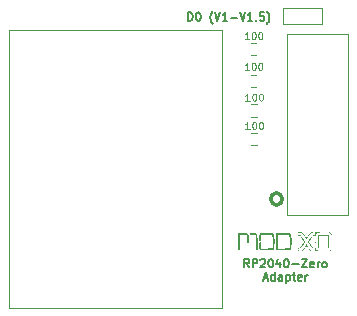
<source format=gbr>
%TF.GenerationSoftware,KiCad,Pcbnew,8.0.1*%
%TF.CreationDate,2024-04-07T04:16:07+01:00*%
%TF.ProjectId,pcb,7063622e-6b69-4636-9164-5f7063625858,rev?*%
%TF.SameCoordinates,Original*%
%TF.FileFunction,Legend,Top*%
%TF.FilePolarity,Positive*%
%FSLAX46Y46*%
G04 Gerber Fmt 4.6, Leading zero omitted, Abs format (unit mm)*
G04 Created by KiCad (PCBNEW 8.0.1) date 2024-04-07 04:16:07*
%MOMM*%
%LPD*%
G01*
G04 APERTURE LIST*
%ADD10C,0.140000*%
%ADD11C,0.300000*%
%ADD12C,0.120000*%
%ADD13C,0.000000*%
%ADD14C,0.100000*%
G04 APERTURE END LIST*
D10*
X57433332Y-45780092D02*
X57199999Y-45446759D01*
X57033332Y-45780092D02*
X57033332Y-45080092D01*
X57033332Y-45080092D02*
X57299999Y-45080092D01*
X57299999Y-45080092D02*
X57366666Y-45113425D01*
X57366666Y-45113425D02*
X57399999Y-45146759D01*
X57399999Y-45146759D02*
X57433332Y-45213425D01*
X57433332Y-45213425D02*
X57433332Y-45313425D01*
X57433332Y-45313425D02*
X57399999Y-45380092D01*
X57399999Y-45380092D02*
X57366666Y-45413425D01*
X57366666Y-45413425D02*
X57299999Y-45446759D01*
X57299999Y-45446759D02*
X57033332Y-45446759D01*
X57733332Y-45780092D02*
X57733332Y-45080092D01*
X57733332Y-45080092D02*
X57999999Y-45080092D01*
X57999999Y-45080092D02*
X58066666Y-45113425D01*
X58066666Y-45113425D02*
X58099999Y-45146759D01*
X58099999Y-45146759D02*
X58133332Y-45213425D01*
X58133332Y-45213425D02*
X58133332Y-45313425D01*
X58133332Y-45313425D02*
X58099999Y-45380092D01*
X58099999Y-45380092D02*
X58066666Y-45413425D01*
X58066666Y-45413425D02*
X57999999Y-45446759D01*
X57999999Y-45446759D02*
X57733332Y-45446759D01*
X58399999Y-45146759D02*
X58433332Y-45113425D01*
X58433332Y-45113425D02*
X58499999Y-45080092D01*
X58499999Y-45080092D02*
X58666666Y-45080092D01*
X58666666Y-45080092D02*
X58733332Y-45113425D01*
X58733332Y-45113425D02*
X58766666Y-45146759D01*
X58766666Y-45146759D02*
X58799999Y-45213425D01*
X58799999Y-45213425D02*
X58799999Y-45280092D01*
X58799999Y-45280092D02*
X58766666Y-45380092D01*
X58766666Y-45380092D02*
X58366666Y-45780092D01*
X58366666Y-45780092D02*
X58799999Y-45780092D01*
X59233333Y-45080092D02*
X59299999Y-45080092D01*
X59299999Y-45080092D02*
X59366666Y-45113425D01*
X59366666Y-45113425D02*
X59399999Y-45146759D01*
X59399999Y-45146759D02*
X59433333Y-45213425D01*
X59433333Y-45213425D02*
X59466666Y-45346759D01*
X59466666Y-45346759D02*
X59466666Y-45513425D01*
X59466666Y-45513425D02*
X59433333Y-45646759D01*
X59433333Y-45646759D02*
X59399999Y-45713425D01*
X59399999Y-45713425D02*
X59366666Y-45746759D01*
X59366666Y-45746759D02*
X59299999Y-45780092D01*
X59299999Y-45780092D02*
X59233333Y-45780092D01*
X59233333Y-45780092D02*
X59166666Y-45746759D01*
X59166666Y-45746759D02*
X59133333Y-45713425D01*
X59133333Y-45713425D02*
X59099999Y-45646759D01*
X59099999Y-45646759D02*
X59066666Y-45513425D01*
X59066666Y-45513425D02*
X59066666Y-45346759D01*
X59066666Y-45346759D02*
X59099999Y-45213425D01*
X59099999Y-45213425D02*
X59133333Y-45146759D01*
X59133333Y-45146759D02*
X59166666Y-45113425D01*
X59166666Y-45113425D02*
X59233333Y-45080092D01*
X60066666Y-45313425D02*
X60066666Y-45780092D01*
X59900000Y-45046759D02*
X59733333Y-45546759D01*
X59733333Y-45546759D02*
X60166666Y-45546759D01*
X60566667Y-45080092D02*
X60633333Y-45080092D01*
X60633333Y-45080092D02*
X60700000Y-45113425D01*
X60700000Y-45113425D02*
X60733333Y-45146759D01*
X60733333Y-45146759D02*
X60766667Y-45213425D01*
X60766667Y-45213425D02*
X60800000Y-45346759D01*
X60800000Y-45346759D02*
X60800000Y-45513425D01*
X60800000Y-45513425D02*
X60766667Y-45646759D01*
X60766667Y-45646759D02*
X60733333Y-45713425D01*
X60733333Y-45713425D02*
X60700000Y-45746759D01*
X60700000Y-45746759D02*
X60633333Y-45780092D01*
X60633333Y-45780092D02*
X60566667Y-45780092D01*
X60566667Y-45780092D02*
X60500000Y-45746759D01*
X60500000Y-45746759D02*
X60466667Y-45713425D01*
X60466667Y-45713425D02*
X60433333Y-45646759D01*
X60433333Y-45646759D02*
X60400000Y-45513425D01*
X60400000Y-45513425D02*
X60400000Y-45346759D01*
X60400000Y-45346759D02*
X60433333Y-45213425D01*
X60433333Y-45213425D02*
X60466667Y-45146759D01*
X60466667Y-45146759D02*
X60500000Y-45113425D01*
X60500000Y-45113425D02*
X60566667Y-45080092D01*
X61100000Y-45513425D02*
X61633334Y-45513425D01*
X61900001Y-45080092D02*
X62366667Y-45080092D01*
X62366667Y-45080092D02*
X61900001Y-45780092D01*
X61900001Y-45780092D02*
X62366667Y-45780092D01*
X62900001Y-45746759D02*
X62833334Y-45780092D01*
X62833334Y-45780092D02*
X62700001Y-45780092D01*
X62700001Y-45780092D02*
X62633334Y-45746759D01*
X62633334Y-45746759D02*
X62600001Y-45680092D01*
X62600001Y-45680092D02*
X62600001Y-45413425D01*
X62600001Y-45413425D02*
X62633334Y-45346759D01*
X62633334Y-45346759D02*
X62700001Y-45313425D01*
X62700001Y-45313425D02*
X62833334Y-45313425D01*
X62833334Y-45313425D02*
X62900001Y-45346759D01*
X62900001Y-45346759D02*
X62933334Y-45413425D01*
X62933334Y-45413425D02*
X62933334Y-45480092D01*
X62933334Y-45480092D02*
X62600001Y-45546759D01*
X63233334Y-45780092D02*
X63233334Y-45313425D01*
X63233334Y-45446759D02*
X63266668Y-45380092D01*
X63266668Y-45380092D02*
X63300001Y-45346759D01*
X63300001Y-45346759D02*
X63366668Y-45313425D01*
X63366668Y-45313425D02*
X63433334Y-45313425D01*
X63766667Y-45780092D02*
X63700001Y-45746759D01*
X63700001Y-45746759D02*
X63666667Y-45713425D01*
X63666667Y-45713425D02*
X63633334Y-45646759D01*
X63633334Y-45646759D02*
X63633334Y-45446759D01*
X63633334Y-45446759D02*
X63666667Y-45380092D01*
X63666667Y-45380092D02*
X63700001Y-45346759D01*
X63700001Y-45346759D02*
X63766667Y-45313425D01*
X63766667Y-45313425D02*
X63866667Y-45313425D01*
X63866667Y-45313425D02*
X63933334Y-45346759D01*
X63933334Y-45346759D02*
X63966667Y-45380092D01*
X63966667Y-45380092D02*
X64000001Y-45446759D01*
X64000001Y-45446759D02*
X64000001Y-45646759D01*
X64000001Y-45646759D02*
X63966667Y-45713425D01*
X63966667Y-45713425D02*
X63933334Y-45746759D01*
X63933334Y-45746759D02*
X63866667Y-45780092D01*
X63866667Y-45780092D02*
X63766667Y-45780092D01*
X58666667Y-46707053D02*
X59000000Y-46707053D01*
X58600000Y-46907053D02*
X58833334Y-46207053D01*
X58833334Y-46207053D02*
X59066667Y-46907053D01*
X59600000Y-46907053D02*
X59600000Y-46207053D01*
X59600000Y-46873720D02*
X59533334Y-46907053D01*
X59533334Y-46907053D02*
X59400000Y-46907053D01*
X59400000Y-46907053D02*
X59333334Y-46873720D01*
X59333334Y-46873720D02*
X59300000Y-46840386D01*
X59300000Y-46840386D02*
X59266667Y-46773720D01*
X59266667Y-46773720D02*
X59266667Y-46573720D01*
X59266667Y-46573720D02*
X59300000Y-46507053D01*
X59300000Y-46507053D02*
X59333334Y-46473720D01*
X59333334Y-46473720D02*
X59400000Y-46440386D01*
X59400000Y-46440386D02*
X59533334Y-46440386D01*
X59533334Y-46440386D02*
X59600000Y-46473720D01*
X60233333Y-46907053D02*
X60233333Y-46540386D01*
X60233333Y-46540386D02*
X60200000Y-46473720D01*
X60200000Y-46473720D02*
X60133333Y-46440386D01*
X60133333Y-46440386D02*
X60000000Y-46440386D01*
X60000000Y-46440386D02*
X59933333Y-46473720D01*
X60233333Y-46873720D02*
X60166667Y-46907053D01*
X60166667Y-46907053D02*
X60000000Y-46907053D01*
X60000000Y-46907053D02*
X59933333Y-46873720D01*
X59933333Y-46873720D02*
X59900000Y-46807053D01*
X59900000Y-46807053D02*
X59900000Y-46740386D01*
X59900000Y-46740386D02*
X59933333Y-46673720D01*
X59933333Y-46673720D02*
X60000000Y-46640386D01*
X60000000Y-46640386D02*
X60166667Y-46640386D01*
X60166667Y-46640386D02*
X60233333Y-46607053D01*
X60566666Y-46440386D02*
X60566666Y-47140386D01*
X60566666Y-46473720D02*
X60633333Y-46440386D01*
X60633333Y-46440386D02*
X60766666Y-46440386D01*
X60766666Y-46440386D02*
X60833333Y-46473720D01*
X60833333Y-46473720D02*
X60866666Y-46507053D01*
X60866666Y-46507053D02*
X60900000Y-46573720D01*
X60900000Y-46573720D02*
X60900000Y-46773720D01*
X60900000Y-46773720D02*
X60866666Y-46840386D01*
X60866666Y-46840386D02*
X60833333Y-46873720D01*
X60833333Y-46873720D02*
X60766666Y-46907053D01*
X60766666Y-46907053D02*
X60633333Y-46907053D01*
X60633333Y-46907053D02*
X60566666Y-46873720D01*
X61099999Y-46440386D02*
X61366666Y-46440386D01*
X61199999Y-46207053D02*
X61199999Y-46807053D01*
X61199999Y-46807053D02*
X61233333Y-46873720D01*
X61233333Y-46873720D02*
X61299999Y-46907053D01*
X61299999Y-46907053D02*
X61366666Y-46907053D01*
X61866666Y-46873720D02*
X61799999Y-46907053D01*
X61799999Y-46907053D02*
X61666666Y-46907053D01*
X61666666Y-46907053D02*
X61599999Y-46873720D01*
X61599999Y-46873720D02*
X61566666Y-46807053D01*
X61566666Y-46807053D02*
X61566666Y-46540386D01*
X61566666Y-46540386D02*
X61599999Y-46473720D01*
X61599999Y-46473720D02*
X61666666Y-46440386D01*
X61666666Y-46440386D02*
X61799999Y-46440386D01*
X61799999Y-46440386D02*
X61866666Y-46473720D01*
X61866666Y-46473720D02*
X61899999Y-46540386D01*
X61899999Y-46540386D02*
X61899999Y-46607053D01*
X61899999Y-46607053D02*
X61566666Y-46673720D01*
X62199999Y-46907053D02*
X62199999Y-46440386D01*
X62199999Y-46573720D02*
X62233333Y-46507053D01*
X62233333Y-46507053D02*
X62266666Y-46473720D01*
X62266666Y-46473720D02*
X62333333Y-46440386D01*
X62333333Y-46440386D02*
X62399999Y-46440386D01*
X52258771Y-24907053D02*
X52258771Y-24207053D01*
X52258771Y-24207053D02*
X52425438Y-24207053D01*
X52425438Y-24207053D02*
X52525438Y-24240386D01*
X52525438Y-24240386D02*
X52592105Y-24307053D01*
X52592105Y-24307053D02*
X52625438Y-24373720D01*
X52625438Y-24373720D02*
X52658771Y-24507053D01*
X52658771Y-24507053D02*
X52658771Y-24607053D01*
X52658771Y-24607053D02*
X52625438Y-24740386D01*
X52625438Y-24740386D02*
X52592105Y-24807053D01*
X52592105Y-24807053D02*
X52525438Y-24873720D01*
X52525438Y-24873720D02*
X52425438Y-24907053D01*
X52425438Y-24907053D02*
X52258771Y-24907053D01*
X53092105Y-24207053D02*
X53158771Y-24207053D01*
X53158771Y-24207053D02*
X53225438Y-24240386D01*
X53225438Y-24240386D02*
X53258771Y-24273720D01*
X53258771Y-24273720D02*
X53292105Y-24340386D01*
X53292105Y-24340386D02*
X53325438Y-24473720D01*
X53325438Y-24473720D02*
X53325438Y-24640386D01*
X53325438Y-24640386D02*
X53292105Y-24773720D01*
X53292105Y-24773720D02*
X53258771Y-24840386D01*
X53258771Y-24840386D02*
X53225438Y-24873720D01*
X53225438Y-24873720D02*
X53158771Y-24907053D01*
X53158771Y-24907053D02*
X53092105Y-24907053D01*
X53092105Y-24907053D02*
X53025438Y-24873720D01*
X53025438Y-24873720D02*
X52992105Y-24840386D01*
X52992105Y-24840386D02*
X52958771Y-24773720D01*
X52958771Y-24773720D02*
X52925438Y-24640386D01*
X52925438Y-24640386D02*
X52925438Y-24473720D01*
X52925438Y-24473720D02*
X52958771Y-24340386D01*
X52958771Y-24340386D02*
X52992105Y-24273720D01*
X52992105Y-24273720D02*
X53025438Y-24240386D01*
X53025438Y-24240386D02*
X53092105Y-24207053D01*
X54358771Y-25173720D02*
X54325438Y-25140386D01*
X54325438Y-25140386D02*
X54258771Y-25040386D01*
X54258771Y-25040386D02*
X54225438Y-24973720D01*
X54225438Y-24973720D02*
X54192105Y-24873720D01*
X54192105Y-24873720D02*
X54158771Y-24707053D01*
X54158771Y-24707053D02*
X54158771Y-24573720D01*
X54158771Y-24573720D02*
X54192105Y-24407053D01*
X54192105Y-24407053D02*
X54225438Y-24307053D01*
X54225438Y-24307053D02*
X54258771Y-24240386D01*
X54258771Y-24240386D02*
X54325438Y-24140386D01*
X54325438Y-24140386D02*
X54358771Y-24107053D01*
X54525438Y-24207053D02*
X54758772Y-24907053D01*
X54758772Y-24907053D02*
X54992105Y-24207053D01*
X55592105Y-24907053D02*
X55192105Y-24907053D01*
X55392105Y-24907053D02*
X55392105Y-24207053D01*
X55392105Y-24207053D02*
X55325438Y-24307053D01*
X55325438Y-24307053D02*
X55258772Y-24373720D01*
X55258772Y-24373720D02*
X55192105Y-24407053D01*
X55892105Y-24640386D02*
X56425439Y-24640386D01*
X56658772Y-24207053D02*
X56892106Y-24907053D01*
X56892106Y-24907053D02*
X57125439Y-24207053D01*
X57725439Y-24907053D02*
X57325439Y-24907053D01*
X57525439Y-24907053D02*
X57525439Y-24207053D01*
X57525439Y-24207053D02*
X57458772Y-24307053D01*
X57458772Y-24307053D02*
X57392106Y-24373720D01*
X57392106Y-24373720D02*
X57325439Y-24407053D01*
X58025439Y-24840386D02*
X58058773Y-24873720D01*
X58058773Y-24873720D02*
X58025439Y-24907053D01*
X58025439Y-24907053D02*
X57992106Y-24873720D01*
X57992106Y-24873720D02*
X58025439Y-24840386D01*
X58025439Y-24840386D02*
X58025439Y-24907053D01*
X58692106Y-24207053D02*
X58358772Y-24207053D01*
X58358772Y-24207053D02*
X58325439Y-24540386D01*
X58325439Y-24540386D02*
X58358772Y-24507053D01*
X58358772Y-24507053D02*
X58425439Y-24473720D01*
X58425439Y-24473720D02*
X58592106Y-24473720D01*
X58592106Y-24473720D02*
X58658772Y-24507053D01*
X58658772Y-24507053D02*
X58692106Y-24540386D01*
X58692106Y-24540386D02*
X58725439Y-24607053D01*
X58725439Y-24607053D02*
X58725439Y-24773720D01*
X58725439Y-24773720D02*
X58692106Y-24840386D01*
X58692106Y-24840386D02*
X58658772Y-24873720D01*
X58658772Y-24873720D02*
X58592106Y-24907053D01*
X58592106Y-24907053D02*
X58425439Y-24907053D01*
X58425439Y-24907053D02*
X58358772Y-24873720D01*
X58358772Y-24873720D02*
X58325439Y-24840386D01*
X58958773Y-25173720D02*
X58992106Y-25140386D01*
X58992106Y-25140386D02*
X59058773Y-25040386D01*
X59058773Y-25040386D02*
X59092106Y-24973720D01*
X59092106Y-24973720D02*
X59125439Y-24873720D01*
X59125439Y-24873720D02*
X59158773Y-24707053D01*
X59158773Y-24707053D02*
X59158773Y-24573720D01*
X59158773Y-24573720D02*
X59125439Y-24407053D01*
X59125439Y-24407053D02*
X59092106Y-24307053D01*
X59092106Y-24307053D02*
X59058773Y-24240386D01*
X59058773Y-24240386D02*
X58992106Y-24140386D01*
X58992106Y-24140386D02*
X58958773Y-24107053D01*
D11*
X60260000Y-40000000D02*
G75*
G02*
X59260000Y-40000000I-500000J0D01*
G01*
X59260000Y-40000000D02*
G75*
G02*
X60260000Y-40000000I500000J0D01*
G01*
D12*
X57474999Y-34071331D02*
X57132142Y-34071331D01*
X57303571Y-34071331D02*
X57303571Y-33471331D01*
X57303571Y-33471331D02*
X57246428Y-33557045D01*
X57246428Y-33557045D02*
X57189285Y-33614188D01*
X57189285Y-33614188D02*
X57132142Y-33642760D01*
X57846428Y-33471331D02*
X57903571Y-33471331D01*
X57903571Y-33471331D02*
X57960714Y-33499902D01*
X57960714Y-33499902D02*
X57989286Y-33528474D01*
X57989286Y-33528474D02*
X58017857Y-33585617D01*
X58017857Y-33585617D02*
X58046428Y-33699902D01*
X58046428Y-33699902D02*
X58046428Y-33842760D01*
X58046428Y-33842760D02*
X58017857Y-33957045D01*
X58017857Y-33957045D02*
X57989286Y-34014188D01*
X57989286Y-34014188D02*
X57960714Y-34042760D01*
X57960714Y-34042760D02*
X57903571Y-34071331D01*
X57903571Y-34071331D02*
X57846428Y-34071331D01*
X57846428Y-34071331D02*
X57789286Y-34042760D01*
X57789286Y-34042760D02*
X57760714Y-34014188D01*
X57760714Y-34014188D02*
X57732143Y-33957045D01*
X57732143Y-33957045D02*
X57703571Y-33842760D01*
X57703571Y-33842760D02*
X57703571Y-33699902D01*
X57703571Y-33699902D02*
X57732143Y-33585617D01*
X57732143Y-33585617D02*
X57760714Y-33528474D01*
X57760714Y-33528474D02*
X57789286Y-33499902D01*
X57789286Y-33499902D02*
X57846428Y-33471331D01*
X58417857Y-33471331D02*
X58475000Y-33471331D01*
X58475000Y-33471331D02*
X58532143Y-33499902D01*
X58532143Y-33499902D02*
X58560715Y-33528474D01*
X58560715Y-33528474D02*
X58589286Y-33585617D01*
X58589286Y-33585617D02*
X58617857Y-33699902D01*
X58617857Y-33699902D02*
X58617857Y-33842760D01*
X58617857Y-33842760D02*
X58589286Y-33957045D01*
X58589286Y-33957045D02*
X58560715Y-34014188D01*
X58560715Y-34014188D02*
X58532143Y-34042760D01*
X58532143Y-34042760D02*
X58475000Y-34071331D01*
X58475000Y-34071331D02*
X58417857Y-34071331D01*
X58417857Y-34071331D02*
X58360715Y-34042760D01*
X58360715Y-34042760D02*
X58332143Y-34014188D01*
X58332143Y-34014188D02*
X58303572Y-33957045D01*
X58303572Y-33957045D02*
X58275000Y-33842760D01*
X58275000Y-33842760D02*
X58275000Y-33699902D01*
X58275000Y-33699902D02*
X58303572Y-33585617D01*
X58303572Y-33585617D02*
X58332143Y-33528474D01*
X58332143Y-33528474D02*
X58360715Y-33499902D01*
X58360715Y-33499902D02*
X58417857Y-33471331D01*
X57424999Y-29071331D02*
X57082142Y-29071331D01*
X57253571Y-29071331D02*
X57253571Y-28471331D01*
X57253571Y-28471331D02*
X57196428Y-28557045D01*
X57196428Y-28557045D02*
X57139285Y-28614188D01*
X57139285Y-28614188D02*
X57082142Y-28642760D01*
X57796428Y-28471331D02*
X57853571Y-28471331D01*
X57853571Y-28471331D02*
X57910714Y-28499902D01*
X57910714Y-28499902D02*
X57939286Y-28528474D01*
X57939286Y-28528474D02*
X57967857Y-28585617D01*
X57967857Y-28585617D02*
X57996428Y-28699902D01*
X57996428Y-28699902D02*
X57996428Y-28842760D01*
X57996428Y-28842760D02*
X57967857Y-28957045D01*
X57967857Y-28957045D02*
X57939286Y-29014188D01*
X57939286Y-29014188D02*
X57910714Y-29042760D01*
X57910714Y-29042760D02*
X57853571Y-29071331D01*
X57853571Y-29071331D02*
X57796428Y-29071331D01*
X57796428Y-29071331D02*
X57739286Y-29042760D01*
X57739286Y-29042760D02*
X57710714Y-29014188D01*
X57710714Y-29014188D02*
X57682143Y-28957045D01*
X57682143Y-28957045D02*
X57653571Y-28842760D01*
X57653571Y-28842760D02*
X57653571Y-28699902D01*
X57653571Y-28699902D02*
X57682143Y-28585617D01*
X57682143Y-28585617D02*
X57710714Y-28528474D01*
X57710714Y-28528474D02*
X57739286Y-28499902D01*
X57739286Y-28499902D02*
X57796428Y-28471331D01*
X58367857Y-28471331D02*
X58425000Y-28471331D01*
X58425000Y-28471331D02*
X58482143Y-28499902D01*
X58482143Y-28499902D02*
X58510715Y-28528474D01*
X58510715Y-28528474D02*
X58539286Y-28585617D01*
X58539286Y-28585617D02*
X58567857Y-28699902D01*
X58567857Y-28699902D02*
X58567857Y-28842760D01*
X58567857Y-28842760D02*
X58539286Y-28957045D01*
X58539286Y-28957045D02*
X58510715Y-29014188D01*
X58510715Y-29014188D02*
X58482143Y-29042760D01*
X58482143Y-29042760D02*
X58425000Y-29071331D01*
X58425000Y-29071331D02*
X58367857Y-29071331D01*
X58367857Y-29071331D02*
X58310715Y-29042760D01*
X58310715Y-29042760D02*
X58282143Y-29014188D01*
X58282143Y-29014188D02*
X58253572Y-28957045D01*
X58253572Y-28957045D02*
X58225000Y-28842760D01*
X58225000Y-28842760D02*
X58225000Y-28699902D01*
X58225000Y-28699902D02*
X58253572Y-28585617D01*
X58253572Y-28585617D02*
X58282143Y-28528474D01*
X58282143Y-28528474D02*
X58310715Y-28499902D01*
X58310715Y-28499902D02*
X58367857Y-28471331D01*
X57474999Y-31671331D02*
X57132142Y-31671331D01*
X57303571Y-31671331D02*
X57303571Y-31071331D01*
X57303571Y-31071331D02*
X57246428Y-31157045D01*
X57246428Y-31157045D02*
X57189285Y-31214188D01*
X57189285Y-31214188D02*
X57132142Y-31242760D01*
X57846428Y-31071331D02*
X57903571Y-31071331D01*
X57903571Y-31071331D02*
X57960714Y-31099902D01*
X57960714Y-31099902D02*
X57989286Y-31128474D01*
X57989286Y-31128474D02*
X58017857Y-31185617D01*
X58017857Y-31185617D02*
X58046428Y-31299902D01*
X58046428Y-31299902D02*
X58046428Y-31442760D01*
X58046428Y-31442760D02*
X58017857Y-31557045D01*
X58017857Y-31557045D02*
X57989286Y-31614188D01*
X57989286Y-31614188D02*
X57960714Y-31642760D01*
X57960714Y-31642760D02*
X57903571Y-31671331D01*
X57903571Y-31671331D02*
X57846428Y-31671331D01*
X57846428Y-31671331D02*
X57789286Y-31642760D01*
X57789286Y-31642760D02*
X57760714Y-31614188D01*
X57760714Y-31614188D02*
X57732143Y-31557045D01*
X57732143Y-31557045D02*
X57703571Y-31442760D01*
X57703571Y-31442760D02*
X57703571Y-31299902D01*
X57703571Y-31299902D02*
X57732143Y-31185617D01*
X57732143Y-31185617D02*
X57760714Y-31128474D01*
X57760714Y-31128474D02*
X57789286Y-31099902D01*
X57789286Y-31099902D02*
X57846428Y-31071331D01*
X58417857Y-31071331D02*
X58475000Y-31071331D01*
X58475000Y-31071331D02*
X58532143Y-31099902D01*
X58532143Y-31099902D02*
X58560715Y-31128474D01*
X58560715Y-31128474D02*
X58589286Y-31185617D01*
X58589286Y-31185617D02*
X58617857Y-31299902D01*
X58617857Y-31299902D02*
X58617857Y-31442760D01*
X58617857Y-31442760D02*
X58589286Y-31557045D01*
X58589286Y-31557045D02*
X58560715Y-31614188D01*
X58560715Y-31614188D02*
X58532143Y-31642760D01*
X58532143Y-31642760D02*
X58475000Y-31671331D01*
X58475000Y-31671331D02*
X58417857Y-31671331D01*
X58417857Y-31671331D02*
X58360715Y-31642760D01*
X58360715Y-31642760D02*
X58332143Y-31614188D01*
X58332143Y-31614188D02*
X58303572Y-31557045D01*
X58303572Y-31557045D02*
X58275000Y-31442760D01*
X58275000Y-31442760D02*
X58275000Y-31299902D01*
X58275000Y-31299902D02*
X58303572Y-31185617D01*
X58303572Y-31185617D02*
X58332143Y-31128474D01*
X58332143Y-31128474D02*
X58360715Y-31099902D01*
X58360715Y-31099902D02*
X58417857Y-31071331D01*
X57424999Y-26471331D02*
X57082142Y-26471331D01*
X57253571Y-26471331D02*
X57253571Y-25871331D01*
X57253571Y-25871331D02*
X57196428Y-25957045D01*
X57196428Y-25957045D02*
X57139285Y-26014188D01*
X57139285Y-26014188D02*
X57082142Y-26042760D01*
X57796428Y-25871331D02*
X57853571Y-25871331D01*
X57853571Y-25871331D02*
X57910714Y-25899902D01*
X57910714Y-25899902D02*
X57939286Y-25928474D01*
X57939286Y-25928474D02*
X57967857Y-25985617D01*
X57967857Y-25985617D02*
X57996428Y-26099902D01*
X57996428Y-26099902D02*
X57996428Y-26242760D01*
X57996428Y-26242760D02*
X57967857Y-26357045D01*
X57967857Y-26357045D02*
X57939286Y-26414188D01*
X57939286Y-26414188D02*
X57910714Y-26442760D01*
X57910714Y-26442760D02*
X57853571Y-26471331D01*
X57853571Y-26471331D02*
X57796428Y-26471331D01*
X57796428Y-26471331D02*
X57739286Y-26442760D01*
X57739286Y-26442760D02*
X57710714Y-26414188D01*
X57710714Y-26414188D02*
X57682143Y-26357045D01*
X57682143Y-26357045D02*
X57653571Y-26242760D01*
X57653571Y-26242760D02*
X57653571Y-26099902D01*
X57653571Y-26099902D02*
X57682143Y-25985617D01*
X57682143Y-25985617D02*
X57710714Y-25928474D01*
X57710714Y-25928474D02*
X57739286Y-25899902D01*
X57739286Y-25899902D02*
X57796428Y-25871331D01*
X58367857Y-25871331D02*
X58425000Y-25871331D01*
X58425000Y-25871331D02*
X58482143Y-25899902D01*
X58482143Y-25899902D02*
X58510715Y-25928474D01*
X58510715Y-25928474D02*
X58539286Y-25985617D01*
X58539286Y-25985617D02*
X58567857Y-26099902D01*
X58567857Y-26099902D02*
X58567857Y-26242760D01*
X58567857Y-26242760D02*
X58539286Y-26357045D01*
X58539286Y-26357045D02*
X58510715Y-26414188D01*
X58510715Y-26414188D02*
X58482143Y-26442760D01*
X58482143Y-26442760D02*
X58425000Y-26471331D01*
X58425000Y-26471331D02*
X58367857Y-26471331D01*
X58367857Y-26471331D02*
X58310715Y-26442760D01*
X58310715Y-26442760D02*
X58282143Y-26414188D01*
X58282143Y-26414188D02*
X58253572Y-26357045D01*
X58253572Y-26357045D02*
X58225000Y-26242760D01*
X58225000Y-26242760D02*
X58225000Y-26099902D01*
X58225000Y-26099902D02*
X58253572Y-25985617D01*
X58253572Y-25985617D02*
X58282143Y-25928474D01*
X58282143Y-25928474D02*
X58310715Y-25899902D01*
X58310715Y-25899902D02*
X58367857Y-25871331D01*
D13*
%TO.C,G\u002A\u002A\u002A*%
G36*
X63030853Y-42780976D02*
G01*
X63053210Y-42791839D01*
X63053443Y-42814648D01*
X63049010Y-42829814D01*
X63045211Y-42874779D01*
X63072887Y-42886344D01*
X63109563Y-42874675D01*
X63114706Y-42863946D01*
X63129549Y-42835233D01*
X63176932Y-42813168D01*
X63261137Y-42797171D01*
X63386447Y-42786662D01*
X63557144Y-42781060D01*
X63736287Y-42779721D01*
X63934273Y-42781191D01*
X64086493Y-42786837D01*
X64200497Y-42798652D01*
X64283836Y-42818629D01*
X64344062Y-42848759D01*
X64388723Y-42891037D01*
X64425371Y-42947455D01*
X64434104Y-42963881D01*
X64450086Y-43023019D01*
X64462617Y-43125027D01*
X64471695Y-43259526D01*
X64477322Y-43416136D01*
X64479498Y-43584476D01*
X64478221Y-43754169D01*
X64473493Y-43914834D01*
X64465314Y-44056092D01*
X64453683Y-44167563D01*
X64438600Y-44238868D01*
X64434104Y-44249563D01*
X64398275Y-44309799D01*
X64356307Y-44355401D01*
X64300650Y-44388361D01*
X64223753Y-44410673D01*
X64118065Y-44424328D01*
X63976037Y-44431319D01*
X63790116Y-44433640D01*
X63736287Y-44433723D01*
X63524682Y-44431753D01*
X63362017Y-44425356D01*
X63244010Y-44413953D01*
X63166378Y-44396964D01*
X63124840Y-44373807D01*
X63114706Y-44349499D01*
X63092918Y-44329855D01*
X63072887Y-44327101D01*
X63044117Y-44341257D01*
X63049010Y-44383631D01*
X63055437Y-44412829D01*
X63044480Y-44428807D01*
X63005770Y-44434352D01*
X62928932Y-44432249D01*
X62878278Y-44429501D01*
X62771684Y-44418740D01*
X62688703Y-44395036D01*
X62618746Y-44350584D01*
X62551220Y-44277581D01*
X62475537Y-44168223D01*
X62434349Y-44102395D01*
X62370106Y-44007305D01*
X62316914Y-43946686D01*
X62279270Y-43924343D01*
X62261668Y-43944078D01*
X62260925Y-43955634D01*
X62246669Y-43989607D01*
X62208722Y-44054898D01*
X62154314Y-44139333D01*
X62134192Y-44169013D01*
X62040828Y-44291343D01*
X61953175Y-44371043D01*
X61858891Y-44415695D01*
X61745636Y-44432884D01*
X61703269Y-44433823D01*
X61567227Y-44433823D01*
X61567227Y-44273739D01*
X61620589Y-44273739D01*
X61623178Y-44342051D01*
X61641096Y-44372405D01*
X61689564Y-44380205D01*
X61726056Y-44380462D01*
X61813882Y-44372585D01*
X61890528Y-44353290D01*
X61898478Y-44349955D01*
X61940524Y-44315474D01*
X62001712Y-44245999D01*
X62073341Y-44152057D01*
X62130044Y-44069808D01*
X62196554Y-43970167D01*
X62251986Y-43889426D01*
X62290084Y-43836543D01*
X62304314Y-43820168D01*
X62321890Y-43841086D01*
X62361471Y-43897438D01*
X62416443Y-43979619D01*
X62457119Y-44042065D01*
X62549103Y-44178150D01*
X62625708Y-44273212D01*
X62695331Y-44334001D01*
X62766369Y-44367264D01*
X62847220Y-44379750D01*
X62878178Y-44380462D01*
X63007984Y-44380462D01*
X63007984Y-44275350D01*
X63004772Y-44207375D01*
X62985271Y-44175969D01*
X62934683Y-44164361D01*
X62907931Y-44161957D01*
X62864211Y-44155827D01*
X62827268Y-44140611D01*
X62789449Y-44108742D01*
X62743099Y-44052648D01*
X62680564Y-43964763D01*
X62623011Y-43880199D01*
X62438143Y-43606722D01*
X62500795Y-43606722D01*
X62667677Y-43859557D01*
X62743258Y-43971520D01*
X62798447Y-44045310D01*
X62840389Y-44088461D01*
X62876226Y-44108510D01*
X62907931Y-44113024D01*
X62981303Y-44113655D01*
X62981303Y-43916201D01*
X63034664Y-43916201D01*
X63041507Y-44076940D01*
X63061897Y-44188268D01*
X63075021Y-44221026D01*
X63105906Y-44272555D01*
X63143140Y-44311530D01*
X63194172Y-44339696D01*
X63266449Y-44358797D01*
X63367419Y-44370579D01*
X63504531Y-44376785D01*
X63685232Y-44379162D01*
X63751040Y-44379394D01*
X64240631Y-44380462D01*
X64331345Y-44289748D01*
X64422059Y-44199033D01*
X64422059Y-43606722D01*
X64422059Y-43014411D01*
X64331345Y-42923697D01*
X64240631Y-42832983D01*
X63743431Y-42832983D01*
X63563168Y-42833619D01*
X63428254Y-42835957D01*
X63330688Y-42840637D01*
X63262467Y-42848303D01*
X63215590Y-42859597D01*
X63182056Y-42875160D01*
X63176829Y-42878458D01*
X63115997Y-42933270D01*
X63073945Y-43010277D01*
X63048189Y-43117990D01*
X63036246Y-43264923D01*
X63034664Y-43365739D01*
X63035635Y-43488280D01*
X63039645Y-43566936D01*
X63048339Y-43611164D01*
X63063361Y-43630423D01*
X63081355Y-43634214D01*
X63113818Y-43637237D01*
X63099573Y-43651399D01*
X63081355Y-43662221D01*
X63057884Y-43684765D01*
X63043661Y-43726389D01*
X63036614Y-43798378D01*
X63034666Y-43912020D01*
X63034664Y-43916201D01*
X62981303Y-43916201D01*
X62981303Y-43606722D01*
X62981303Y-43099790D01*
X62907931Y-43100421D01*
X62871601Y-43106522D01*
X62835369Y-43129183D01*
X62792090Y-43175939D01*
X62734623Y-43254325D01*
X62667677Y-43353887D01*
X62500795Y-43606722D01*
X62438143Y-43606722D01*
X62623011Y-43333245D01*
X62701443Y-43218580D01*
X62758328Y-43141009D01*
X62801321Y-43092963D01*
X62838075Y-43066874D01*
X62876245Y-43055173D01*
X62907931Y-43051488D01*
X62972381Y-43042780D01*
X63000739Y-43019946D01*
X63007803Y-42966214D01*
X63007984Y-42938095D01*
X63007984Y-42832983D01*
X62878178Y-42832983D01*
X62792124Y-42839984D01*
X62718715Y-42865485D01*
X62649554Y-42916235D01*
X62576242Y-42998983D01*
X62490384Y-43120477D01*
X62457119Y-43171380D01*
X62395711Y-43265160D01*
X62345412Y-43339327D01*
X62312838Y-43384276D01*
X62304314Y-43393277D01*
X62286698Y-43372408D01*
X62246232Y-43315776D01*
X62189169Y-43232340D01*
X62130044Y-43143636D01*
X62041544Y-43015401D01*
X61968624Y-42927339D01*
X61902073Y-42872366D01*
X61832683Y-42843403D01*
X61751243Y-42833366D01*
X61726056Y-42832983D01*
X61658548Y-42835603D01*
X61628551Y-42853734D01*
X61620842Y-42902779D01*
X61620589Y-42939706D01*
X61623988Y-43008289D01*
X61641147Y-43038861D01*
X61682508Y-43046669D01*
X61693960Y-43046837D01*
X61758977Y-43053845D01*
X61796262Y-43066847D01*
X61824182Y-43097593D01*
X61871719Y-43161192D01*
X61931460Y-43246480D01*
X61995991Y-43342291D01*
X62057899Y-43437462D01*
X62109772Y-43520827D01*
X62144194Y-43581221D01*
X62154202Y-43605921D01*
X62140150Y-43637887D01*
X62101896Y-43704230D01*
X62045295Y-43795238D01*
X61976709Y-43900431D01*
X61900395Y-44013577D01*
X61845392Y-44089263D01*
X61804224Y-44134958D01*
X61769416Y-44158133D01*
X61733490Y-44166257D01*
X61709902Y-44167017D01*
X61652702Y-44170504D01*
X61627281Y-44191212D01*
X61620776Y-44244508D01*
X61620589Y-44273739D01*
X61567227Y-44273739D01*
X61567227Y-44113655D01*
X61669725Y-44113655D01*
X61715224Y-44111847D01*
X61751298Y-44101257D01*
X61786061Y-44074139D01*
X61827625Y-44022744D01*
X61884104Y-43939325D01*
X61935460Y-43859902D01*
X62098699Y-43606149D01*
X61933684Y-43352969D01*
X61861516Y-43243445D01*
X61809997Y-43171150D01*
X61771024Y-43128361D01*
X61736491Y-43107358D01*
X61698292Y-43100417D01*
X61667948Y-43099790D01*
X61567227Y-43099790D01*
X61567227Y-42939706D01*
X61567227Y-42779622D01*
X61703269Y-42779622D01*
X61825223Y-42789609D01*
X61924248Y-42824626D01*
X62012683Y-42892258D01*
X62102870Y-43000088D01*
X62134192Y-43044431D01*
X62192411Y-43132483D01*
X62236529Y-43205365D01*
X62259317Y-43250905D01*
X62260925Y-43257811D01*
X62272989Y-43288325D01*
X62306185Y-43275839D01*
X62356018Y-43224154D01*
X62417994Y-43137075D01*
X62434349Y-43111050D01*
X62517483Y-42982010D01*
X62587506Y-42892975D01*
X62655008Y-42836141D01*
X62730579Y-42803705D01*
X62824811Y-42787862D01*
X62878278Y-42783944D01*
X62976000Y-42779274D01*
X63030853Y-42780976D01*
G37*
G36*
X56990489Y-42861714D02*
G01*
X57110627Y-42867297D01*
X57203659Y-42875560D01*
X57256477Y-42885652D01*
X57256549Y-42885679D01*
X57323911Y-42922971D01*
X57372582Y-42980868D01*
X57405038Y-43066831D01*
X57423755Y-43188325D01*
X57431212Y-43352812D01*
X57431623Y-43413288D01*
X57431723Y-43740126D01*
X57351681Y-43740126D01*
X57271639Y-43740126D01*
X57271639Y-43411953D01*
X57268840Y-43242990D01*
X57260415Y-43126637D01*
X57246324Y-43062436D01*
X57239622Y-43051764D01*
X57193809Y-43034877D01*
X57098222Y-43024113D01*
X56956134Y-43019814D01*
X56932794Y-43019748D01*
X56657984Y-43019748D01*
X56657984Y-43686764D01*
X56657984Y-44353781D01*
X56591282Y-44353781D01*
X56524580Y-44353781D01*
X56524580Y-43606722D01*
X56524580Y-42859664D01*
X56856352Y-42859664D01*
X56990489Y-42861714D01*
G37*
G36*
X57771039Y-42863876D02*
G01*
X57890017Y-42869161D01*
X57968448Y-42876896D01*
X58019137Y-42890477D01*
X58054890Y-42913301D01*
X58087741Y-42947864D01*
X58107581Y-42971991D01*
X58122857Y-42997025D01*
X58134165Y-43029827D01*
X58142102Y-43077262D01*
X58147265Y-43146193D01*
X58150250Y-43243484D01*
X58151654Y-43375997D01*
X58152074Y-43550596D01*
X58152101Y-43688252D01*
X58152101Y-44353781D01*
X58085400Y-44353781D01*
X58018698Y-44353781D01*
X58018698Y-43738372D01*
X58017482Y-43532512D01*
X58013983Y-43357637D01*
X58008429Y-43219201D01*
X58001044Y-43122656D01*
X57992055Y-43073458D01*
X57991078Y-43071355D01*
X57972061Y-43046930D01*
X57939393Y-43031614D01*
X57882030Y-43023362D01*
X57788930Y-43020129D01*
X57712319Y-43019748D01*
X57461180Y-43019748D01*
X57489939Y-42937248D01*
X57518698Y-42854749D01*
X57771039Y-42863876D01*
G37*
G36*
X59138254Y-42861981D02*
G01*
X59284746Y-42870104D01*
X59392525Y-42885785D01*
X59468838Y-42910781D01*
X59520931Y-42946844D01*
X59556051Y-42995729D01*
X59562480Y-43008948D01*
X59573474Y-43060613D01*
X59582076Y-43155125D01*
X59588286Y-43282022D01*
X59592103Y-43430844D01*
X59593529Y-43591131D01*
X59592562Y-43752421D01*
X59589203Y-43904253D01*
X59583452Y-44036167D01*
X59575309Y-44137702D01*
X59564774Y-44198396D01*
X59562480Y-44204496D01*
X59530796Y-44256103D01*
X59484423Y-44294675D01*
X59416154Y-44321915D01*
X59318782Y-44339527D01*
X59185100Y-44349214D01*
X59007903Y-44352677D01*
X58935149Y-44352737D01*
X58734734Y-44349949D01*
X58584727Y-44342571D01*
X58482354Y-44330403D01*
X58431602Y-44316537D01*
X58365876Y-44273969D01*
X58321844Y-44208108D01*
X58296309Y-44110235D01*
X58286072Y-43971632D01*
X58285505Y-43918144D01*
X58286297Y-43809989D01*
X58291074Y-43743058D01*
X58303433Y-43705218D01*
X58326972Y-43684334D01*
X58358876Y-43670691D01*
X58432248Y-43642920D01*
X58423752Y-43845066D01*
X58423209Y-43954385D01*
X58429773Y-44051852D01*
X58442043Y-44117507D01*
X58443102Y-44120455D01*
X58470949Y-44193697D01*
X58919844Y-44193697D01*
X59109648Y-44192135D01*
X59249512Y-44187301D01*
X59342769Y-44178973D01*
X59392753Y-44166929D01*
X59400757Y-44161680D01*
X59412473Y-44123772D01*
X59421715Y-44042740D01*
X59428483Y-43928764D01*
X59432778Y-43792025D01*
X59434599Y-43642702D01*
X59433946Y-43490976D01*
X59430819Y-43347027D01*
X59425219Y-43221035D01*
X59417145Y-43123180D01*
X59406597Y-43063643D01*
X59400757Y-43051764D01*
X59365430Y-43038338D01*
X59288021Y-43028708D01*
X59165198Y-43022650D01*
X58993626Y-43019944D01*
X58919844Y-43019748D01*
X58470949Y-43019748D01*
X58444928Y-43088186D01*
X58432390Y-43147535D01*
X58423164Y-43241468D01*
X58418990Y-43351234D01*
X58418908Y-43368333D01*
X58418183Y-43473669D01*
X58413711Y-43536576D01*
X58402050Y-43567986D01*
X58379753Y-43578829D01*
X58352206Y-43580042D01*
X58321370Y-43578296D01*
X58301894Y-43566412D01*
X58291167Y-43534420D01*
X58286580Y-43472352D01*
X58285523Y-43370237D01*
X58285505Y-43325250D01*
X58290722Y-43164503D01*
X58308412Y-43048113D01*
X58341632Y-42967915D01*
X58393440Y-42915743D01*
X58448759Y-42889237D01*
X58506637Y-42878435D01*
X58606812Y-42869509D01*
X58738236Y-42863114D01*
X58889858Y-42859910D01*
X58945800Y-42859664D01*
X59138254Y-42861981D01*
G37*
G36*
X60253204Y-42860057D02*
G01*
X60457841Y-42860904D01*
X60616150Y-42864139D01*
X60735158Y-42871297D01*
X60821890Y-42883908D01*
X60883374Y-42903508D01*
X60926636Y-42931627D01*
X60958703Y-42969800D01*
X60986601Y-43019560D01*
X60986881Y-43020119D01*
X61003893Y-43061534D01*
X61016312Y-43113536D01*
X61024811Y-43184595D01*
X61030065Y-43283182D01*
X61032746Y-43417768D01*
X61033529Y-43596823D01*
X61033531Y-43606722D01*
X61032372Y-43825406D01*
X61025758Y-43996561D01*
X61008986Y-44126016D01*
X60977354Y-44219598D01*
X60926156Y-44283135D01*
X60850691Y-44322454D01*
X60746254Y-44343384D01*
X60608141Y-44351753D01*
X60431650Y-44353387D01*
X60430911Y-44353388D01*
X60054994Y-44353781D01*
X60024031Y-44285824D01*
X60001401Y-44232299D01*
X59993068Y-44205782D01*
X60018226Y-44201615D01*
X60087612Y-44198070D01*
X60192095Y-44195416D01*
X60322543Y-44193924D01*
X60401282Y-44193697D01*
X60583835Y-44191853D01*
X60716002Y-44186184D01*
X60800637Y-44176480D01*
X60840593Y-44162536D01*
X60841513Y-44161680D01*
X60853229Y-44123772D01*
X60862471Y-44042740D01*
X60869240Y-43928764D01*
X60873534Y-43792025D01*
X60875355Y-43642702D01*
X60874702Y-43490976D01*
X60871576Y-43347027D01*
X60865975Y-43221035D01*
X60857901Y-43123180D01*
X60847353Y-43063643D01*
X60841513Y-43051764D01*
X60807424Y-43038751D01*
X60732535Y-43029295D01*
X60613321Y-43023171D01*
X60446255Y-43020159D01*
X60334580Y-43019748D01*
X59859664Y-43019748D01*
X59859664Y-43686764D01*
X59859664Y-44353781D01*
X59779622Y-44353781D01*
X59699580Y-44353781D01*
X59699580Y-43606722D01*
X59699580Y-42859664D01*
X60253204Y-42860057D01*
G37*
G36*
X64038884Y-43054208D02*
G01*
X64128297Y-43062247D01*
X64171078Y-43075193D01*
X64171694Y-43075683D01*
X64184980Y-43112712D01*
X64195619Y-43192653D01*
X64203564Y-43305118D01*
X64208766Y-43439722D01*
X64211176Y-43586078D01*
X64210748Y-43733798D01*
X64207433Y-43872497D01*
X64201182Y-43991788D01*
X64191949Y-44081283D01*
X64179684Y-44130598D01*
X64176597Y-44135000D01*
X64137962Y-44148168D01*
X64058935Y-44158131D01*
X63950495Y-44164916D01*
X63823620Y-44168549D01*
X63689290Y-44169056D01*
X63558482Y-44166462D01*
X63442176Y-44160795D01*
X63351351Y-44152080D01*
X63296985Y-44140344D01*
X63286697Y-44132879D01*
X63282996Y-44096607D01*
X63280449Y-44015801D01*
X63279148Y-43899278D01*
X63279187Y-43755855D01*
X63280658Y-43594350D01*
X63280864Y-43579255D01*
X63287571Y-43099790D01*
X63328152Y-43099790D01*
X63328152Y-43606722D01*
X63328152Y-44113655D01*
X63741702Y-44113655D01*
X64155252Y-44113655D01*
X64155252Y-43606722D01*
X64155252Y-43099790D01*
X63741702Y-43099790D01*
X63328152Y-43099790D01*
X63287571Y-43099790D01*
X63288131Y-43059769D01*
X63711452Y-43052405D01*
X63900662Y-43050964D01*
X64038884Y-43054208D01*
G37*
%TO.C,REF\u002A\u002A*%
D14*
X60350000Y-25150000D02*
X63650000Y-25150000D01*
X63650000Y-23850000D01*
X60350000Y-23850000D01*
X60350000Y-25150000D01*
X60625000Y-26015000D02*
X65850000Y-26015000D01*
X65850000Y-41365000D01*
X60625000Y-41365000D01*
X60625000Y-26015000D01*
D12*
%TO.C,100*%
X57637742Y-34377500D02*
X58112258Y-34377500D01*
X57637742Y-35422500D02*
X58112258Y-35422500D01*
X57587742Y-29477500D02*
X58062258Y-29477500D01*
X57587742Y-30522500D02*
X58062258Y-30522500D01*
%TO.C,REF\u002A\u002A*%
X37130000Y-25710000D02*
X37130000Y-49210000D01*
X37130000Y-49210000D02*
X55130000Y-49210000D01*
X55130000Y-25710000D02*
X37130000Y-25710000D01*
X55130000Y-49210000D02*
X55130000Y-25710000D01*
%TO.C,100*%
X57637742Y-31977500D02*
X58112258Y-31977500D01*
X57637742Y-33022500D02*
X58112258Y-33022500D01*
X57587742Y-26777500D02*
X58062258Y-26777500D01*
X57587742Y-27822500D02*
X58062258Y-27822500D01*
%TD*%
M02*

</source>
